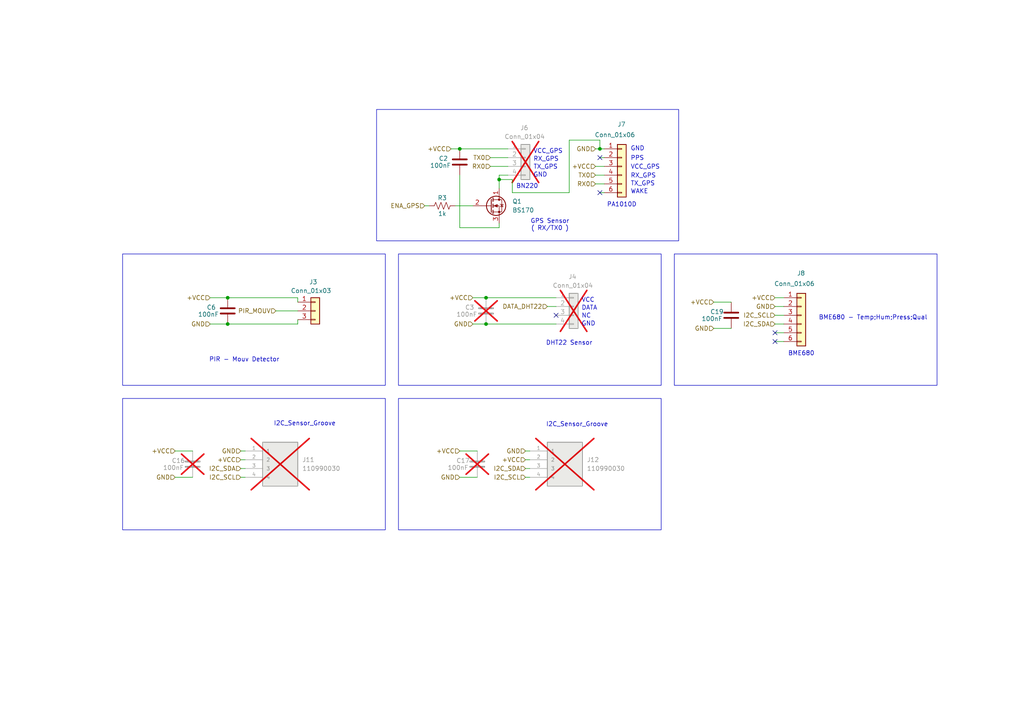
<source format=kicad_sch>
(kicad_sch (version 20250114) (generator "eeschema") (generator_version "9.0")
  (paper "A4")
  (title_block (title "Collecteur de données Animalières") (date "2025-11-28") (rev "A2") (company "Polytech Nantes - ETN4") (comment 1 "Architecture Collectuer de données") (comment 2 "Sensors Page"))
  (lib_symbols
    (symbol "Connector_Generic:Conn_01x03" (pin_names (offset 1.016) (hide yes))
      (property "Reference" "J" (at 0 5.08 0))
      (property "Value" "Conn_01x03" (at 0 -5.08 0))
      (symbol "Conn_01x03_1_1"
        (rectangle (start -1.27 3.81) (end 1.27 -3.81) (stroke (width 0.254)) (fill (type background)))
        (rectangle (start -1.27 2.667) (end 0 2.413) (stroke (width 0.1524)))
        (rectangle (start -1.27 0.127) (end 0 -0.127) (stroke (width 0.1524)))
        (rectangle (start -1.27 -2.413) (end 0 -2.667) (stroke (width 0.1524)))
        (pin passive line (at -5.08 2.54 0) (length 3.81) (name "Pin_1") (number "1"))
        (pin passive line (at -5.08 0 0) (length 3.81) (name "Pin_2") (number "2"))
        (pin passive line (at -5.08 -2.54 0) (length 3.81) (name "Pin_3") (number "3"))
      )
    )
    (symbol "Connector_Generic:Conn_01x04" (pin_names (offset 1.016) (hide yes))
      (property "Reference" "J" (at 0 5.08 0))
      (property "Value" "Conn_01x04" (at 0 -7.62 0))
      (symbol "Conn_01x04_1_1"
        (rectangle (start -1.27 3.81) (end 1.27 -6.35) (stroke (width 0.254)) (fill (type background)))
        (rectangle (start -1.27 2.667) (end 0 2.413) (stroke (width 0.1524)))
        (rectangle (start -1.27 0.127) (end 0 -0.127) (stroke (width 0.1524)))
        (rectangle (start -1.27 -2.413) (end 0 -2.667) (stroke (width 0.1524)))
        (rectangle (start -1.27 -4.953) (end 0 -5.207) (stroke (width 0.1524)))
        (pin passive line (at -5.08 2.54 0) (length 3.81) (name "Pin_1") (number "1"))
        (pin passive line (at -5.08 0 0) (length 3.81) (name "Pin_2") (number "2"))
        (pin passive line (at -5.08 -2.54 0) (length 3.81) (name "Pin_3") (number "3"))
        (pin passive line (at -5.08 -5.08 0) (length 3.81) (name "Pin_4") (number "4"))
      )
    )
    (symbol "Connector_Generic:Conn_01x06" (pin_names (offset 1.016) (hide yes))
      (property "Reference" "J" (at 0 7.62 0))
      (property "Value" "Conn_01x06" (at 0 -10.16 0))
      (symbol "Conn_01x06_1_1"
        (rectangle (start -1.27 6.35) (end 1.27 -8.89) (stroke (width 0.254)) (fill (type background)))
        (rectangle (start -1.27 5.207) (end 0 4.953) (stroke (width 0.1524)))
        (rectangle (start -1.27 2.667) (end 0 2.413) (stroke (width 0.1524)))
        (rectangle (start -1.27 0.127) (end 0 -0.127) (stroke (width 0.1524)))
        (rectangle (start -1.27 -2.413) (end 0 -2.667) (stroke (width 0.1524)))
        (rectangle (start -1.27 -4.953) (end 0 -5.207) (stroke (width 0.1524)))
        (rectangle (start -1.27 -7.493) (end 0 -7.747) (stroke (width 0.1524)))
        (pin passive line (at -5.08 5.08 0) (length 3.81) (name "Pin_1") (number "1"))
        (pin passive line (at -5.08 2.54 0) (length 3.81) (name "Pin_2") (number "2"))
        (pin passive line (at -5.08 0 0) (length 3.81) (name "Pin_3") (number "3"))
        (pin passive line (at -5.08 -2.54 0) (length 3.81) (name "Pin_4") (number "4"))
        (pin passive line (at -5.08 -5.08 0) (length 3.81) (name "Pin_5") (number "5"))
        (pin passive line (at -5.08 -7.62 0) (length 3.81) (name "Pin_6") (number "6"))
      )
    )
    (symbol "Device:C" (pin_numbers (hide yes)) (pin_names (offset 0.254))
      (property "Reference" "C" (at 0.635 2.54 0))
      (property "Value" "C" (at 0.635 -2.54 0))
      (symbol "C_0_1"
        (polyline (pts (xy -2.032 0.762) (xy 2.032 0.762)) (stroke (width 0.508)))
        (polyline (pts (xy -2.032 -0.762) (xy 2.032 -0.762)) (stroke (width 0.508)))
      )
      (symbol "C_1_1"
        (pin passive line (at 0 3.81 270) (length 2.794) (name "~") (number "1"))
        (pin passive line (at 0 -3.81 90) (length 2.794) (name "~") (number "2"))
      )
    )
    (symbol "Device:R_US" (pin_numbers (hide yes)) (pin_names (offset 0))
      (property "Reference" "R" (at 2.54 0 90))
      (property "Value" "R_US" (at -2.54 0 90))
      (symbol "R_US_0_1"
        (polyline (pts (xy 0 2.286) (xy 0 2.54)))
        (polyline (pts (xy 0 2.286) (xy 1.016 1.905) (xy 0 1.524) (xy -1.016 1.143) (xy 0 0.762)))
        (polyline (pts (xy 0 0.762) (xy 1.016 0.381) (xy 0 0) (xy -1.016 -0.381) (xy 0 -0.762)))
        (polyline (pts (xy 0 -0.762) (xy 1.016 -1.143) (xy 0 -1.524) (xy -1.016 -1.905) (xy 0 -2.286)))
        (polyline (pts (xy 0 -2.286) (xy 0 -2.54)))
      )
      (symbol "R_US_1_1"
        (pin passive line (at 0 3.81 270) (length 1.27) (name "~") (number "1"))
        (pin passive line (at 0 -3.81 90) (length 1.27) (name "~") (number "2"))
      )
    )
    (symbol "Grove:110990030" (pin_names (offset 1.016))
      (property "Reference" "J" (at -5.08 5.842 0))
      (property "Value" "110990030" (at -5.08 -8.382 0))
      (symbol "110990030_0_0"
        (rectangle (start -5.08 -7.62) (end 5.08 5.08) (stroke (width 0.254)) (fill (type background)))
        (pin passive line (at -10.16 2.54 0) (length 5.08) (name "1") (number "1"))
        (pin passive line (at -10.16 0 0) (length 5.08) (name "2") (number "2"))
        (pin passive line (at -10.16 -2.54 0) (length 5.08) (name "3") (number "3"))
        (pin passive line (at -10.16 -5.08 0) (length 5.08) (name "4") (number "4"))
      )
    )
    (symbol "Transistor_FET:BS170" (pin_names (hide yes))
      (property "Reference" "Q" (at 5.08 1.905 0))
      (property "Value" "BS170" (at 5.08 0 0))
      (symbol "BS170_0_1"
        (polyline (pts (xy 0.254 1.905) (xy 0.254 -1.905)) (stroke (width 0.254)))
        (polyline (pts (xy 0.254 0) (xy -2.54 0)))
        (polyline (pts (xy 0.762 2.286) (xy 0.762 1.27)) (stroke (width 0.254)))
        (polyline (pts (xy 0.762 0.508) (xy 0.762 -0.508)) (stroke (width 0.254)))
        (polyline (pts (xy 0.762 -1.27) (xy 0.762 -2.286)) (stroke (width 0.254)))
        (polyline (pts (xy 0.762 -1.778) (xy 3.302 -1.778) (xy 3.302 1.778) (xy 0.762 1.778)))
        (polyline (pts (xy 1.016 0) (xy 2.032 0.381) (xy 2.032 -0.381) (xy 1.016 0)) (fill (type outline)))
        (circle (center 1.651 0) (radius 2.794) (stroke (width 0.254)))
        (polyline (pts (xy 2.54 2.54) (xy 2.54 1.778)))
        (circle (center 2.54 1.778) (radius 0.254) (fill (type outline)))
        (circle (center 2.54 -1.778) (radius 0.254) (fill (type outline)))
        (polyline (pts (xy 2.54 -2.54) (xy 2.54 0) (xy 0.762 0)))
        (polyline (pts (xy 2.794 0.508) (xy 2.921 0.381) (xy 3.683 0.381) (xy 3.81 0.254)))
        (polyline (pts (xy 3.302 0.381) (xy 2.921 -0.254) (xy 3.683 -0.254) (xy 3.302 0.381)))
      )
      (symbol "BS170_1_1"
        (pin input line (at -5.08 0 0) (length 2.54) (name "G") (number "2"))
        (pin passive line (at 2.54 5.08 270) (length 2.54) (name "D") (number "1"))
        (pin passive line (at 2.54 -5.08 90) (length 2.54) (name "S") (number "3"))
      )
    )
  )
  (rectangle (start 115.57 115.57) (end 191.77 153.67))
  (rectangle (start 115.57 73.66) (end 191.77 111.76))
  (rectangle (start 35.56 73.66) (end 111.76 111.76))
  (rectangle (start 195.58 73.66) (end 271.78 111.76))
  (rectangle (start 109.22 31.75) (end 196.85 69.85))
  (rectangle (start 35.56 115.57) (end 111.76 153.67))
  (text "RX_GPS\n" (at 154.686 46.228 0) (effects (font (size 1.27 1.27)) (justify left)))
  (text "NC\n" (at 168.656 91.694 0) (effects (font (size 1.27 1.27)) (justify left)))
  (text "I2C_Sensor_Groove" (at 88.392 122.936 0) (effects (font (size 1.27 1.27))))
  (text "PA1010D" (at 180.34 59.436 0) (effects (font (size 1.27 1.27))))
  (text "VCC" (at 168.656 87.122 0) (effects (font (size 1.27 1.27)) (justify left)))
  (text "GND" (at 168.656 93.98 0) (effects (font (size 1.27 1.27)) (justify left)))
  (text "VCC_GPS\n" (at 154.686 43.942 0) (effects (font (size 1.27 1.27)) (justify left)))
  (text "PIR - Mouv Detector" (at 70.866 104.394 0) (effects (font (size 1.27 1.27))))
  (text "DATA" (at 168.656 89.408 0) (effects (font (size 1.27 1.27)) (justify left)))
  (text "VCC_GPS\n" (at 182.88 48.514 0) (effects (font (size 1.27 1.27)) (justify left)))
  (text "TX_GPS\n" (at 154.686 48.514 0) (effects (font (size 1.27 1.27)) (justify left)))
  (text "TX_GPS\n" (at 182.88 53.34 0) (effects (font (size 1.27 1.27)) (justify left)))
  (text "BME680" (at 232.41 102.616 0) (effects (font (size 1.27 1.27))))
  (text "GND" (at 182.88 43.18 0) (effects (font (size 1.27 1.27)) (justify left)))
  (text "BN220\n" (at 152.908 54.102 0) (effects (font (size 1.27 1.27))))
  (text "PPS\n" (at 182.88 45.974 0) (effects (font (size 1.27 1.27)) (justify left)))
  (text "GPS Sensor\n( RX/TX0 )" (at 159.512 65.278 0) (effects (font (size 1.27 1.27))))
  (text "I2C_Sensor_Groove" (at 167.386 123.19 0) (effects (font (size 1.27 1.27))))
  (text "RX_GPS\n" (at 182.88 51.054 0) (effects (font (size 1.27 1.27)) (justify left)))
  (text "WAKE" (at 182.88 55.626 0) (effects (font (size 1.27 1.27)) (justify left)))
  (text "GND" (at 154.686 50.8 0) (effects (font (size 1.27 1.27)) (justify left)))
  (text "BME680 - Temp;Hum;Press;Qual" (at 253.238 92.202 0) (effects (font (size 1.27 1.27))))
  (text "DHT22 Sensor\n" (at 165.1 99.568 0) (effects (font (size 1.27 1.27))))
  (junction (at 144.78 52.07))
  (junction (at 173.99 43.18))
  (junction (at 66.04 86.36))
  (junction (at 140.97 86.36))
  (junction (at 133.35 43.18))
  (junction (at 140.97 93.98))
  (junction (at 66.04 93.98))
  (no_connect (at 224.79 96.52))
  (no_connect (at 173.99 55.88))
  (no_connect (at 173.99 45.72))
  (no_connect (at 224.79 99.06))
  (no_connect (at 161.29 91.44))
  (wire (pts (xy 133.35 66.04) (xy 144.78 66.04)))
  (wire (pts (xy 133.35 130.81) (xy 138.43 130.81)))
  (wire (pts (xy 144.78 54.61) (xy 144.78 52.07)))
  (wire (pts (xy 172.72 53.34) (xy 175.26 53.34)))
  (wire (pts (xy 50.8 130.81) (xy 55.88 130.81)))
  (wire (pts (xy 80.01 90.17) (xy 86.36 90.17)))
  (wire (pts (xy 69.85 133.35) (xy 71.12 133.35)))
  (wire (pts (xy 144.78 50.8) (xy 147.32 50.8)))
  (wire (pts (xy 172.72 43.18) (xy 173.99 43.18)))
  (wire (pts (xy 69.85 138.43) (xy 71.12 138.43)))
  (wire (pts (xy 152.4 133.35) (xy 153.67 133.35)))
  (wire (pts (xy 224.79 93.98) (xy 227.33 93.98)))
  (wire (pts (xy 142.24 45.72) (xy 147.32 45.72)))
  (wire (pts (xy 60.96 93.98) (xy 66.04 93.98)))
  (wire (pts (xy 60.96 86.36) (xy 66.04 86.36)))
  (wire (pts (xy 137.16 86.36) (xy 140.97 86.36)))
  (wire (pts (xy 132.08 59.69) (xy 137.16 59.69)))
  (wire (pts (xy 224.79 96.52) (xy 227.33 96.52)))
  (wire (pts (xy 173.99 45.72) (xy 175.26 45.72)))
  (wire (pts (xy 224.79 88.9) (xy 227.33 88.9)))
  (wire (pts (xy 69.85 135.89) (xy 71.12 135.89)))
  (wire (pts (xy 140.97 93.98) (xy 161.29 93.98)))
  (wire (pts (xy 69.85 130.81) (xy 71.12 130.81)))
  (wire (pts (xy 148.59 55.88) (xy 165.1 55.88)))
  (wire (pts (xy 140.97 86.36) (xy 161.29 86.36)))
  (wire (pts (xy 144.78 52.07) (xy 144.78 50.8)))
  (wire (pts (xy 144.78 66.04) (xy 144.78 64.77)))
  (wire (pts (xy 165.1 40.64) (xy 173.99 40.64)))
  (wire (pts (xy 173.99 43.18) (xy 175.26 43.18)))
  (wire (pts (xy 207.01 95.25) (xy 212.09 95.25)))
  (wire (pts (xy 224.79 86.36) (xy 227.33 86.36)))
  (wire (pts (xy 130.81 43.18) (xy 133.35 43.18)))
  (wire (pts (xy 173.99 40.64) (xy 173.99 43.18)))
  (wire (pts (xy 66.04 93.98) (xy 86.36 93.98)))
  (wire (pts (xy 148.59 55.88) (xy 148.59 52.07)))
  (wire (pts (xy 133.35 138.43) (xy 138.43 138.43)))
  (wire (pts (xy 137.16 93.98) (xy 140.97 93.98)))
  (wire (pts (xy 172.72 50.8) (xy 175.26 50.8)))
  (wire (pts (xy 152.4 130.81) (xy 153.67 130.81)))
  (wire (pts (xy 173.99 55.88) (xy 175.26 55.88)))
  (wire (pts (xy 158.75 88.9) (xy 161.29 88.9)))
  (wire (pts (xy 66.04 86.36) (xy 86.36 86.36)))
  (wire (pts (xy 86.36 86.36) (xy 86.36 87.63)))
  (wire (pts (xy 142.24 48.26) (xy 147.32 48.26)))
  (wire (pts (xy 133.35 43.18) (xy 147.32 43.18)))
  (wire (pts (xy 123.19 59.69) (xy 124.46 59.69)))
  (wire (pts (xy 148.59 52.07) (xy 144.78 52.07)))
  (wire (pts (xy 207.01 87.63) (xy 212.09 87.63)))
  (wire (pts (xy 50.8 138.43) (xy 55.88 138.43)))
  (wire (pts (xy 224.79 99.06) (xy 227.33 99.06)))
  (wire (pts (xy 165.1 55.88) (xy 165.1 40.64)))
  (wire (pts (xy 224.79 91.44) (xy 227.33 91.44)))
  (wire (pts (xy 152.4 135.89) (xy 153.67 135.89)))
  (wire (pts (xy 133.35 50.8) (xy 133.35 66.04)))
  (wire (pts (xy 172.72 48.26) (xy 175.26 48.26)))
  (wire (pts (xy 86.36 93.98) (xy 86.36 92.71)))
  (wire (pts (xy 152.4 138.43) (xy 153.67 138.43)))
  (hierarchical_label "GND" (shape input) (at 137.16 93.98 180))
  (hierarchical_label "PIR_MOUV" (shape input) (at 80.01 90.17 180))
  (hierarchical_label "+VCC" (shape input) (at 69.85 133.35 180))
  (hierarchical_label "I2C_SCL" (shape input) (at 69.85 138.43 180))
  (hierarchical_label "I2C_SDA" (shape input) (at 152.4 135.89 180))
  (hierarchical_label "RX0" (shape input) (at 172.72 53.34 180))
  (hierarchical_label "DATA_DHT22" (shape input) (at 158.75 88.9 180))
  (hierarchical_label "GND" (shape input) (at 60.96 93.98 180))
  (hierarchical_label "GND" (shape input) (at 69.85 130.81 180))
  (hierarchical_label "I2C_SCL" (shape input) (at 152.4 138.43 180))
  (hierarchical_label "TX0" (shape input) (at 142.24 45.72 180))
  (hierarchical_label "+VCC" (shape input) (at 172.72 48.26 180))
  (hierarchical_label "+VCC" (shape input) (at 130.81 43.18 180))
  (hierarchical_label "+VCC" (shape input) (at 60.96 86.36 180))
  (hierarchical_label "+VCC" (shape input) (at 133.35 130.81 180))
  (hierarchical_label "+VCC" (shape input) (at 152.4 133.35 180))
  (hierarchical_label "GND" (shape input) (at 152.4 130.81 180))
  (hierarchical_label "ENA_GPS" (shape input) (at 123.19 59.69 180))
  (hierarchical_label "I2C_SCL" (shape input) (at 224.79 91.44 180))
  (hierarchical_label "GND" (shape input) (at 172.72 43.18 180))
  (hierarchical_label "+VCC" (shape input) (at 224.79 86.36 180))
  (hierarchical_label "I2C_SDA" (shape input) (at 69.85 135.89 180))
  (hierarchical_label "RX0" (shape input) (at 142.24 48.26 180))
  (hierarchical_label "+VCC" (shape input) (at 50.8 130.81 180))
  (hierarchical_label "+VCC" (shape input) (at 137.16 86.36 180))
  (hierarchical_label "GND" (shape input) (at 133.35 138.43 180))
  (hierarchical_label "+VCC" (shape input) (at 207.01 87.63 180))
  (hierarchical_label "GND" (shape input) (at 50.8 138.43 180))
  (hierarchical_label "GND" (shape input) (at 224.79 88.9 180))
  (hierarchical_label "TX0" (shape input) (at 172.72 50.8 180))
  (hierarchical_label "GND" (shape input) (at 207.01 95.25 180))
  (hierarchical_label "I2C_SDA" (shape input) (at 224.79 93.98 180))
  (symbol (lib_id "Connector_Generic:Conn_01x04") (at 152.4 45.72 0) (unit 1) (dnp yes)
    (property "Reference" "J6" (at 150.876 37.084 0) (effects (justify left)))
    (property "Value" "Conn_01x04" (at 146.304 39.624 0) (effects (justify left)))
    (property "Footprint" "Connector_PinHeader_2.54mm:PinHeader_1x04_P2.54mm_Vertical" (effects (hide yes)))
    (property "Description" "Generic connector, single row, 01x04, script generated (kicad-library-utils/schlib/autogen/connector/)" (effects (hide yes)))
  )
  (symbol (lib_id "Grove:110990030") (at 163.83 133.35 0) (unit 1) (dnp yes)
    (property "Reference" "J12" (at 170.18 133.3499 0) (effects (justify left)))
    (property "Value" "110990030" (at 170.18 135.8899 0) (effects (justify left)))
    (property "Footprint" "CollecteurDonne:Grove" (effects (hide yes)))
    (property "MF" "Seeed Technology" (effects (hide yes)))
    (property "MAXIMUM_PACKAGE_HEIGHT" "8.1mm" (effects (hide yes)))
    (property "Package" "None" (effects (hide yes)))
    (property "Price" "None" (effects (hide yes)))
    (property "Check_prices" "https://www.snapeda.com/parts/110990030/Seeed+Studio/view-part/?ref=eda" (effects (hide yes)))
    (property "STANDARD" "Manufacturer Recommendations" (effects (hide yes)))
    (property "PARTREV" "A" (effects (hide yes)))
    (property "SnapEDA_Link" "https://www.snapeda.com/parts/110990030/Seeed+Studio/view-part/?ref=snap" (effects (hide yes)))
    (property "MP" "110990030" (effects (hide yes)))
    (property "Description_1" "GROVE 2MM 4PIN VERT CONN 10PCS" (effects (hide yes)))
    (property "Availability" "In Stock" (effects (hide yes)))
    (property "MANUFACTURER" "Seeed Technology" (effects (hide yes)))
  )
  (symbol (lib_id "Grove:110990030") (at 81.28 133.35 0) (unit 1) (dnp yes)
    (property "Reference" "J11" (at 87.63 133.3499 0) (effects (justify left)))
    (property "Value" "110990030" (at 87.63 135.8899 0) (effects (justify left)))
    (property "Footprint" "CollecteurDonne:Grove" (effects (hide yes)))
    (property "MF" "Seeed Technology" (effects (hide yes)))
    (property "MAXIMUM_PACKAGE_HEIGHT" "8.1mm" (effects (hide yes)))
    (property "Package" "None" (effects (hide yes)))
    (property "Price" "None" (effects (hide yes)))
    (property "Check_prices" "https://www.snapeda.com/parts/110990030/Seeed+Studio/view-part/?ref=eda" (effects (hide yes)))
    (property "STANDARD" "Manufacturer Recommendations" (effects (hide yes)))
    (property "PARTREV" "A" (effects (hide yes)))
    (property "SnapEDA_Link" "https://www.snapeda.com/parts/110990030/Seeed+Studio/view-part/?ref=snap" (effects (hide yes)))
    (property "MP" "110990030" (effects (hide yes)))
    (property "Description_1" "GROVE 2MM 4PIN VERT CONN 10PCS" (effects (hide yes)))
    (property "Availability" "In Stock" (effects (hide yes)))
    (property "MANUFACTURER" "Seeed Technology" (effects (hide yes)))
  )
  (symbol (lib_id "Connector_Generic:Conn_01x04") (at 166.37 88.9 0) (unit 1) (dnp yes)
    (property "Reference" "J4" (at 164.846 80.264 0) (effects (justify left)))
    (property "Value" "Conn_01x04" (at 160.274 82.804 0) (effects (justify left)))
    (property "Footprint" "Connector_PinHeader_2.54mm:PinHeader_1x04_P2.54mm_Vertical" (effects (hide yes)))
    (property "Description" "Generic connector, single row, 01x04, script generated (kicad-library-utils/schlib/autogen/connector/)" (effects (hide yes)))
  )
  (symbol (lib_id "Device:C") (at 212.09 91.44 0) (unit 1)
    (property "Reference" "C19" (at 205.994 90.424 0) (effects (justify left)))
    (property "Value" "100nF" (at 203.454 92.456 0) (effects (justify left)))
    (property "Footprint" "CollecteurDonne:C_Disc_D5.0mm_W2.5mm_P5.00mm" (effects (hide yes)))
    (property "Description" "Unpolarized capacitor" (effects (hide yes)))
    (property "Fabricant" "KEMET" (effects (hide yes)))
    (property "Fournisseur" "RS" (effects (hide yes)))
    (property "Ref Fabricant" "C0805C104K4RACTU" (effects (hide yes)))
    (property "Ref Fournisseur" "648-0957" (effects (hide yes)))
  )
  (symbol (lib_id "Device:C") (at 138.43 134.62 0) (unit 1) (in_bom no) (dnp yes)
    (property "Reference" "C17" (at 132.334 133.604 0) (effects (justify left)))
    (property "Value" "100nF" (at 129.794 135.636 0) (effects (justify left)))
    (property "Footprint" "CollecteurDonne:C_Disc_D5.0mm_W2.5mm_P5.00mm" (effects (hide yes)))
    (property "Description" "Unpolarized capacitor" (effects (hide yes)))
    (property "Fabricant" "KEMET" (effects (hide yes)))
    (property "Fournisseur" "RS" (effects (hide yes)))
    (property "Ref Fabricant" "C0805C104K4RACTU" (effects (hide yes)))
    (property "Ref Fournisseur" "648-0957" (effects (hide yes)))
  )
  (symbol (lib_id "Connector_Generic:Conn_01x06") (at 180.34 48.26 0) (unit 1)
    (property "Reference" "J7" (at 179.07 36.068 0) (effects (justify left)))
    (property "Value" "Conn_01x06" (at 172.466 39.116 0) (effects (justify left)))
    (property "Footprint" "Connector_PinHeader_2.54mm:PinHeader_1x06_P2.54mm_Vertical" (effects (hide yes)))
    (property "Description" "Generic connector, single row, 01x06, script generated (kicad-library-utils/schlib/autogen/connector/)" (effects (hide yes)))
  )
  (symbol (lib_id "Device:C") (at 140.97 90.17 0) (unit 1) (dnp yes)
    (property "Reference" "C3" (at 134.874 89.154 0) (effects (justify left)))
    (property "Value" "100nF" (at 132.334 91.186 0) (effects (justify left)))
    (property "Footprint" "CollecteurDonne:C_Disc_D5.0mm_W2.5mm_P5.00mm" (effects (hide yes)))
    (property "Description" "Unpolarized capacitor" (effects (hide yes)))
    (property "Fabricant" "KEMET" (effects (hide yes)))
    (property "Fournisseur" "RS" (effects (hide yes)))
    (property "Ref Fabricant" "C0805C104K4RACTU" (effects (hide yes)))
    (property "Ref Fournisseur" "648-0957" (effects (hide yes)))
  )
  (symbol (lib_id "Connector_Generic:Conn_01x06") (at 232.41 91.44 0) (unit 1)
    (property "Reference" "J8" (at 231.14 79.248 0) (effects (justify left)))
    (property "Value" "Conn_01x06" (at 224.536 82.296 0) (effects (justify left)))
    (property "Footprint" "Connector_PinHeader_2.54mm:PinHeader_1x06_P2.54mm_Vertical" (effects (hide yes)))
    (property "Description" "Generic connector, single row, 01x06, script generated (kicad-library-utils/schlib/autogen/connector/)" (effects (hide yes)))
  )
  (symbol (lib_id "Transistor_FET:BS170") (at 142.24 59.69 0) (unit 1)
    (property "Reference" "Q1" (at 148.59 58.4199 0) (effects (justify left)))
    (property "Value" "BS170" (at 148.59 60.9599 0) (effects (justify left)))
    (property "Footprint" "Package_TO_SOT_THT:TO-92_Inline" (effects (hide yes)))
    (property "Datasheet" "https://www.onsemi.com/pub/Collateral/BS170-D.PDF" (effects (hide yes)))
    (property "Description" "0.5A Id, 60V Vds, N-Channel MOSFET, TO-92" (effects (hide yes)))
    (property "Fabricant" "BS170" (effects (hide yes)))
    (property "Fournisseur" "RS" (effects (hide yes)))
    (property "Ref Fabricant" "ONSEMI" (effects (hide yes)))
    (property "Ref Fournisseur" "124-1745" (effects (hide yes)))
  )
  (symbol (lib_id "Device:C") (at 66.04 90.17 0) (unit 1)
    (property "Reference" "C6" (at 59.944 89.154 0) (effects (justify left)))
    (property "Value" "100nF" (at 57.404 91.186 0) (effects (justify left)))
    (property "Footprint" "CollecteurDonne:C_Disc_D5.0mm_W2.5mm_P5.00mm" (effects (hide yes)))
    (property "Description" "Unpolarized capacitor" (effects (hide yes)))
    (property "Fabricant" "KEMET" (effects (hide yes)))
    (property "Fournisseur" "RS" (effects (hide yes)))
    (property "Ref Fabricant" "C0805C104K4RACTU" (effects (hide yes)))
    (property "Ref Fournisseur" "648-0957" (effects (hide yes)))
  )
  (symbol (lib_id "Device:C") (at 55.88 134.62 0) (unit 1) (dnp yes)
    (property "Reference" "C16" (at 49.784 133.604 0) (effects (justify left)))
    (property "Value" "100nF" (at 47.244 135.636 0) (effects (justify left)))
    (property "Footprint" "CollecteurDonne:C_Disc_D5.0mm_W2.5mm_P5.00mm" (effects (hide yes)))
    (property "Description" "Unpolarized capacitor" (effects (hide yes)))
    (property "Fabricant" "KEMET" (effects (hide yes)))
    (property "Fournisseur" "RS" (effects (hide yes)))
    (property "Ref Fabricant" "C0805C104K4RACTU" (effects (hide yes)))
    (property "Ref Fournisseur" "648-0957" (effects (hide yes)))
  )
  (symbol (lib_id "Device:R_US") (at 128.27 59.69 90) (unit 1)
    (property "Reference" "R3" (at 128.27 57.404 90))
    (property "Value" "1k" (at 128.27 61.976 90))
    (property "Footprint" "CollecteurDonne:R_Axial_DIN0207_L6.3mm_D2.5mm_P10.16mm_Horizontal" (effects (hide yes)))
    (property "Description" "Resistor, US symbol" (effects (hide yes)))
  )
  (symbol (lib_id "Connector_Generic:Conn_01x03") (at 91.44 90.17 0) (unit 1)
    (property "Reference" "J3" (at 89.662 81.788 0) (effects (justify left)))
    (property "Value" "Conn_01x03" (at 84.328 84.328 0) (effects (justify left)))
    (property "Footprint" "Connector_PinHeader_2.54mm:PinHeader_1x03_P2.54mm_Vertical" (effects (hide yes)))
    (property "Description" "Generic connector, single row, 01x03, script generated (kicad-library-utils/schlib/autogen/connector/)" (effects (hide yes)))
  )
  (symbol (lib_id "Device:C") (at 133.35 46.99 0) (unit 1)
    (property "Reference" "C2" (at 127.254 45.974 0) (effects (justify left)))
    (property "Value" "100nF" (at 124.714 48.006 0) (effects (justify left)))
    (property "Footprint" "CollecteurDonne:C_Disc_D5.0mm_W2.5mm_P5.00mm" (effects (hide yes)))
    (property "Description" "Unpolarized capacitor" (effects (hide yes)))
    (property "Fabricant" "KEMET" (effects (hide yes)))
    (property "Fournisseur" "RS" (effects (hide yes)))
    (property "Ref Fabricant" "C0805C104K4RACTU" (effects (hide yes)))
    (property "Ref Fournisseur" "648-0957" (effects (hide yes)))
  )
)
</source>
